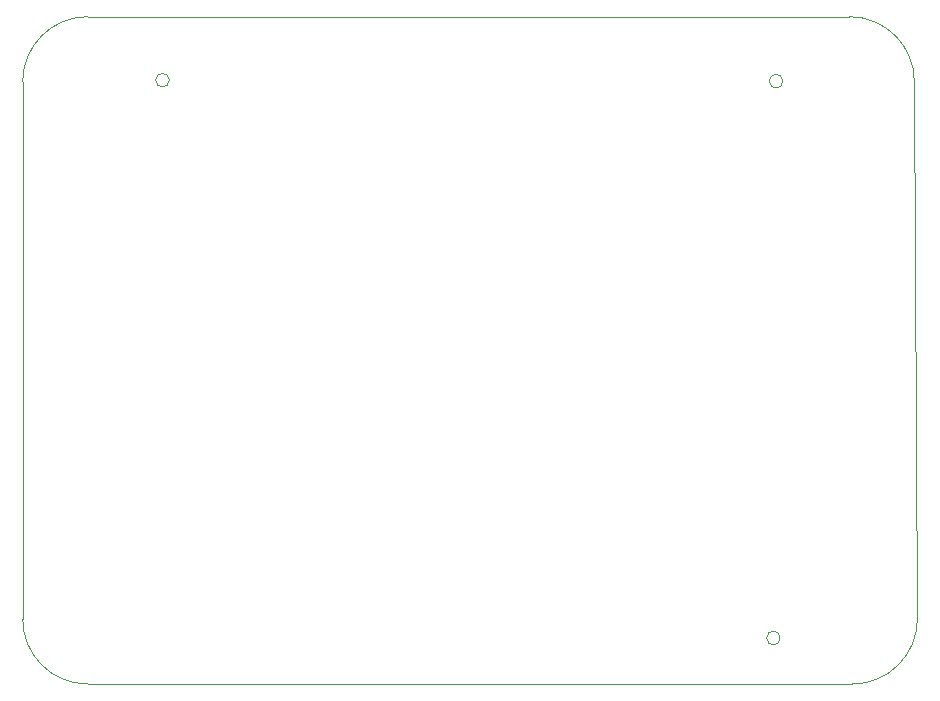
<source format=gbr>
%TF.GenerationSoftware,KiCad,Pcbnew,(5.1.7)-1*%
%TF.CreationDate,2021-01-30T20:15:53-05:00*%
%TF.ProjectId,STM32F4_Eval,53544d33-3246-4345-9f45-76616c2e6b69,rev?*%
%TF.SameCoordinates,Original*%
%TF.FileFunction,Profile,NP*%
%FSLAX46Y46*%
G04 Gerber Fmt 4.6, Leading zero omitted, Abs format (unit mm)*
G04 Created by KiCad (PCBNEW (5.1.7)-1) date 2021-01-30 20:15:53*
%MOMM*%
%LPD*%
G01*
G04 APERTURE LIST*
%TA.AperFunction,Profile*%
%ADD10C,0.050000*%
%TD*%
G04 APERTURE END LIST*
D10*
X164886000Y-122854000D02*
G75*
G03*
X164886000Y-122854000I-576000J0D01*
G01*
X165116000Y-75710000D02*
G75*
G03*
X165116000Y-75710000I-576000J0D01*
G01*
X113166000Y-75620000D02*
G75*
G03*
X113166000Y-75620000I-576000J0D01*
G01*
X100750000Y-75750000D02*
G75*
G02*
X106250000Y-70250000I5500000J0D01*
G01*
X106250000Y-126750000D02*
G75*
G02*
X100750000Y-121250000I0J5500000D01*
G01*
X176500000Y-121250000D02*
G75*
G02*
X171000000Y-126750000I-5500000J0D01*
G01*
X170750000Y-70250000D02*
G75*
G02*
X176250000Y-75750000I0J-5500000D01*
G01*
X100750000Y-121250000D02*
X100750000Y-75750000D01*
X171000000Y-126750000D02*
X106250000Y-126750000D01*
X176250000Y-75750000D02*
X176500000Y-121250000D01*
X106250000Y-70250000D02*
X170750000Y-70250000D01*
M02*

</source>
